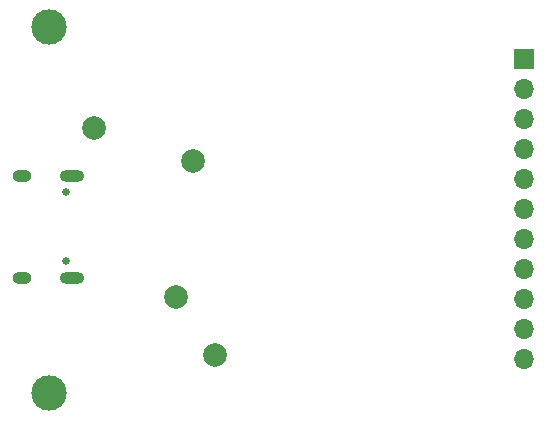
<source format=gbr>
%TF.GenerationSoftware,KiCad,Pcbnew,(5.1.10)-1*%
%TF.CreationDate,2021-09-17T22:01:12+03:00*%
%TF.ProjectId,G800Interface,47383030-496e-4746-9572-666163652e6b,rev?*%
%TF.SameCoordinates,Original*%
%TF.FileFunction,Soldermask,Bot*%
%TF.FilePolarity,Negative*%
%FSLAX46Y46*%
G04 Gerber Fmt 4.6, Leading zero omitted, Abs format (unit mm)*
G04 Created by KiCad (PCBNEW (5.1.10)-1) date 2021-09-17 22:01:12*
%MOMM*%
%LPD*%
G01*
G04 APERTURE LIST*
%ADD10C,2.000000*%
%ADD11O,2.100000X1.000000*%
%ADD12C,0.650000*%
%ADD13O,1.600000X1.000000*%
%ADD14O,1.700000X1.700000*%
%ADD15R,1.700000X1.700000*%
%ADD16C,3.000000*%
G04 APERTURE END LIST*
D10*
%TO.C,TP4*%
X95710000Y-92810000D03*
%TD*%
%TO.C,TP3*%
X99030000Y-97740000D03*
%TD*%
%TO.C,TP2*%
X88760000Y-78510000D03*
%TD*%
%TO.C,TP1*%
X97150000Y-81360000D03*
%TD*%
D11*
%TO.C,J2*%
X86899200Y-91213400D03*
X86899200Y-82573400D03*
D12*
X86369200Y-84003400D03*
D13*
X82719200Y-82573400D03*
D12*
X86369200Y-89783400D03*
D13*
X82719200Y-91213400D03*
%TD*%
D14*
%TO.C,J1*%
X125148800Y-98093000D03*
X125148800Y-95553000D03*
X125148800Y-93013000D03*
X125148800Y-90473000D03*
X125148800Y-87933000D03*
X125148800Y-85393000D03*
X125148800Y-82853000D03*
X125148800Y-80313000D03*
X125148800Y-77773000D03*
X125148800Y-75233000D03*
D15*
X125148800Y-72693000D03*
%TD*%
D16*
%TO.C,H2*%
X85000000Y-70000000D03*
%TD*%
%TO.C,H1*%
X85000000Y-101000000D03*
%TD*%
M02*

</source>
